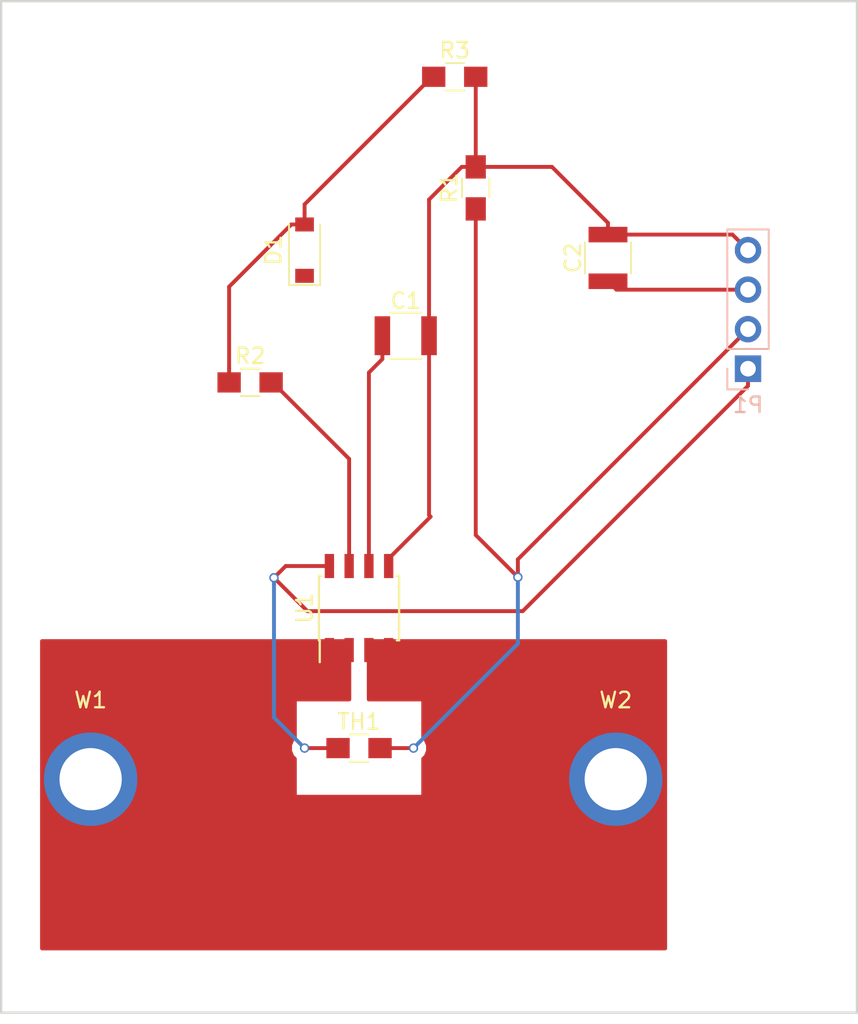
<source format=kicad_pcb>
(kicad_pcb (version 4) (host pcbnew 4.0.4-stable)

  (general
    (links 20)
    (no_connects 20)
    (area 0 0 0 0)
    (thickness 1.6)
    (drawings 9)
    (tracks 57)
    (zones 0)
    (modules 11)
    (nets 9)
  )

  (page A4)
  (layers
    (0 F.Cu signal)
    (31 B.Cu signal)
    (32 B.Adhes user)
    (33 F.Adhes user)
    (34 B.Paste user)
    (35 F.Paste user)
    (36 B.SilkS user)
    (37 F.SilkS user)
    (38 B.Mask user)
    (39 F.Mask user)
    (40 Dwgs.User user)
    (41 Cmts.User user)
    (42 Eco1.User user)
    (43 Eco2.User user)
    (44 Edge.Cuts user)
    (45 Margin user)
    (46 B.CrtYd user)
    (47 F.CrtYd user)
    (48 B.Fab user)
    (49 F.Fab user)
  )

  (setup
    (last_trace_width 0.25)
    (user_trace_width 0.5)
    (user_trace_width 1)
    (user_trace_width 4)
    (trace_clearance 0.2)
    (zone_clearance 0.508)
    (zone_45_only no)
    (trace_min 0.2)
    (segment_width 0.2)
    (edge_width 0.15)
    (via_size 0.6)
    (via_drill 0.4)
    (via_min_size 0.4)
    (via_min_drill 0.3)
    (uvia_size 0.3)
    (uvia_drill 0.1)
    (uvias_allowed no)
    (uvia_min_size 0.2)
    (uvia_min_drill 0.1)
    (pcb_text_width 0.3)
    (pcb_text_size 1.5 1.5)
    (mod_edge_width 0.15)
    (mod_text_size 1 1)
    (mod_text_width 0.15)
    (pad_size 1.524 1.524)
    (pad_drill 0.762)
    (pad_to_mask_clearance 0.2)
    (aux_axis_origin 0 0)
    (visible_elements FFFFFF7F)
    (pcbplotparams
      (layerselection 0x00030_80000001)
      (usegerberextensions false)
      (excludeedgelayer true)
      (linewidth 0.100000)
      (plotframeref false)
      (viasonmask false)
      (mode 1)
      (useauxorigin false)
      (hpglpennumber 1)
      (hpglpenspeed 20)
      (hpglpendiameter 15)
      (hpglpenoverlay 2)
      (psnegative false)
      (psa4output false)
      (plotreference true)
      (plotvalue true)
      (plotinvisibletext false)
      (padsonsilk false)
      (subtractmaskfromsilk false)
      (outputformat 1)
      (mirror false)
      (drillshape 1)
      (scaleselection 1)
      (outputdirectory ""))
  )

  (net 0 "")
  (net 1 "Net-(C1-Pad1)")
  (net 2 GND)
  (net 3 /ACS712/ISENSE_OUT)
  (net 4 "Net-(D1-Pad2)")
  (net 5 +3V3)
  (net 6 "Net-(P1-Pad2)")
  (net 7 "Net-(R2-Pad2)")
  (net 8 /ACS712/ALL_I+)

  (net_class Default "This is the default net class."
    (clearance 0.2)
    (trace_width 0.25)
    (via_dia 0.6)
    (via_drill 0.4)
    (uvia_dia 0.3)
    (uvia_drill 0.1)
    (add_net +3V3)
    (add_net /ACS712/ALL_I+)
    (add_net /ACS712/ISENSE_OUT)
    (add_net GND)
    (add_net "Net-(C1-Pad1)")
    (add_net "Net-(D1-Pad2)")
    (add_net "Net-(P1-Pad2)")
    (add_net "Net-(R2-Pad2)")
  )

  (module Capacitors_SMD:C_1210 (layer F.Cu) (tedit 58AA84E2) (tstamp 58E95DF9)
    (at 126 116.5)
    (descr "Capacitor SMD 1210, reflow soldering, AVX (see smccp.pdf)")
    (tags "capacitor 1210")
    (path /58E031B1/58E04B58)
    (attr smd)
    (fp_text reference C1 (at 0 -2.25) (layer F.SilkS)
      (effects (font (size 1 1) (thickness 0.15)))
    )
    (fp_text value 1nF (at 0 2.5) (layer F.Fab)
      (effects (font (size 1 1) (thickness 0.15)))
    )
    (fp_text user %R (at 0 -2.25) (layer F.Fab)
      (effects (font (size 1 1) (thickness 0.15)))
    )
    (fp_line (start -1.6 1.25) (end -1.6 -1.25) (layer F.Fab) (width 0.1))
    (fp_line (start 1.6 1.25) (end -1.6 1.25) (layer F.Fab) (width 0.1))
    (fp_line (start 1.6 -1.25) (end 1.6 1.25) (layer F.Fab) (width 0.1))
    (fp_line (start -1.6 -1.25) (end 1.6 -1.25) (layer F.Fab) (width 0.1))
    (fp_line (start 1 -1.48) (end -1 -1.48) (layer F.SilkS) (width 0.12))
    (fp_line (start -1 1.48) (end 1 1.48) (layer F.SilkS) (width 0.12))
    (fp_line (start -2.25 -1.5) (end 2.25 -1.5) (layer F.CrtYd) (width 0.05))
    (fp_line (start -2.25 -1.5) (end -2.25 1.5) (layer F.CrtYd) (width 0.05))
    (fp_line (start 2.25 1.5) (end 2.25 -1.5) (layer F.CrtYd) (width 0.05))
    (fp_line (start 2.25 1.5) (end -2.25 1.5) (layer F.CrtYd) (width 0.05))
    (pad 1 smd rect (at -1.5 0) (size 1 2.5) (layers F.Cu F.Paste F.Mask)
      (net 1 "Net-(C1-Pad1)"))
    (pad 2 smd rect (at 1.5 0) (size 1 2.5) (layers F.Cu F.Paste F.Mask)
      (net 2 GND))
    (model Capacitors_SMD.3dshapes/C_1210.wrl
      (at (xyz 0 0 0))
      (scale (xyz 1 1 1))
      (rotate (xyz 0 0 0))
    )
  )

  (module Capacitors_SMD:C_1210 (layer F.Cu) (tedit 58AA84E2) (tstamp 58E95DFF)
    (at 139 111.5 90)
    (descr "Capacitor SMD 1210, reflow soldering, AVX (see smccp.pdf)")
    (tags "capacitor 1210")
    (path /58E031B1/58E04B8D)
    (attr smd)
    (fp_text reference C2 (at 0 -2.25 90) (layer F.SilkS)
      (effects (font (size 1 1) (thickness 0.15)))
    )
    (fp_text value Test (at 0 2.5 90) (layer F.Fab)
      (effects (font (size 1 1) (thickness 0.15)))
    )
    (fp_text user %R (at 0 -2.25 90) (layer F.Fab)
      (effects (font (size 1 1) (thickness 0.15)))
    )
    (fp_line (start -1.6 1.25) (end -1.6 -1.25) (layer F.Fab) (width 0.1))
    (fp_line (start 1.6 1.25) (end -1.6 1.25) (layer F.Fab) (width 0.1))
    (fp_line (start 1.6 -1.25) (end 1.6 1.25) (layer F.Fab) (width 0.1))
    (fp_line (start -1.6 -1.25) (end 1.6 -1.25) (layer F.Fab) (width 0.1))
    (fp_line (start 1 -1.48) (end -1 -1.48) (layer F.SilkS) (width 0.12))
    (fp_line (start -1 1.48) (end 1 1.48) (layer F.SilkS) (width 0.12))
    (fp_line (start -2.25 -1.5) (end 2.25 -1.5) (layer F.CrtYd) (width 0.05))
    (fp_line (start -2.25 -1.5) (end -2.25 1.5) (layer F.CrtYd) (width 0.05))
    (fp_line (start 2.25 1.5) (end 2.25 -1.5) (layer F.CrtYd) (width 0.05))
    (fp_line (start 2.25 1.5) (end -2.25 1.5) (layer F.CrtYd) (width 0.05))
    (pad 1 smd rect (at -1.5 0 90) (size 1 2.5) (layers F.Cu F.Paste F.Mask)
      (net 3 /ACS712/ISENSE_OUT))
    (pad 2 smd rect (at 1.5 0 90) (size 1 2.5) (layers F.Cu F.Paste F.Mask)
      (net 2 GND))
    (model Capacitors_SMD.3dshapes/C_1210.wrl
      (at (xyz 0 0 0))
      (scale (xyz 1 1 1))
      (rotate (xyz 0 0 0))
    )
  )

  (module Diodes_SMD:D_SOD-123 (layer F.Cu) (tedit 58645DC7) (tstamp 58E95E05)
    (at 119.5 111 90)
    (descr SOD-123)
    (tags SOD-123)
    (path /58E031B1/58E04B6D)
    (attr smd)
    (fp_text reference D1 (at 0 -2 90) (layer F.SilkS)
      (effects (font (size 1 1) (thickness 0.15)))
    )
    (fp_text value 1N4448W (at 0 2.1 90) (layer F.Fab)
      (effects (font (size 1 1) (thickness 0.15)))
    )
    (fp_line (start -2.25 -1) (end -2.25 1) (layer F.SilkS) (width 0.12))
    (fp_line (start 0.25 0) (end 0.75 0) (layer F.Fab) (width 0.1))
    (fp_line (start 0.25 0.4) (end -0.35 0) (layer F.Fab) (width 0.1))
    (fp_line (start 0.25 -0.4) (end 0.25 0.4) (layer F.Fab) (width 0.1))
    (fp_line (start -0.35 0) (end 0.25 -0.4) (layer F.Fab) (width 0.1))
    (fp_line (start -0.35 0) (end -0.35 0.55) (layer F.Fab) (width 0.1))
    (fp_line (start -0.35 0) (end -0.35 -0.55) (layer F.Fab) (width 0.1))
    (fp_line (start -0.75 0) (end -0.35 0) (layer F.Fab) (width 0.1))
    (fp_line (start -1.4 0.9) (end -1.4 -0.9) (layer F.Fab) (width 0.1))
    (fp_line (start 1.4 0.9) (end -1.4 0.9) (layer F.Fab) (width 0.1))
    (fp_line (start 1.4 -0.9) (end 1.4 0.9) (layer F.Fab) (width 0.1))
    (fp_line (start -1.4 -0.9) (end 1.4 -0.9) (layer F.Fab) (width 0.1))
    (fp_line (start -2.35 -1.15) (end 2.35 -1.15) (layer F.CrtYd) (width 0.05))
    (fp_line (start 2.35 -1.15) (end 2.35 1.15) (layer F.CrtYd) (width 0.05))
    (fp_line (start 2.35 1.15) (end -2.35 1.15) (layer F.CrtYd) (width 0.05))
    (fp_line (start -2.35 -1.15) (end -2.35 1.15) (layer F.CrtYd) (width 0.05))
    (fp_line (start -2.25 1) (end 1.65 1) (layer F.SilkS) (width 0.12))
    (fp_line (start -2.25 -1) (end 1.65 -1) (layer F.SilkS) (width 0.12))
    (pad 1 smd rect (at -1.65 0 90) (size 0.9 1.2) (layers F.Cu F.Paste F.Mask)
      (net 3 /ACS712/ISENSE_OUT))
    (pad 2 smd rect (at 1.65 0 90) (size 0.9 1.2) (layers F.Cu F.Paste F.Mask)
      (net 4 "Net-(D1-Pad2)"))
    (model ${KISYS3DMOD}/Diodes_SMD.3dshapes/D_SOD-123.wrl
      (at (xyz 0 0 0))
      (scale (xyz 1 1 1))
      (rotate (xyz 0 0 0))
    )
  )

  (module Pin_Headers:Pin_Header_Straight_1x04_Pitch2.54mm (layer B.Cu) (tedit 58CD4EC1) (tstamp 58E95E0D)
    (at 148 118.62)
    (descr "Through hole straight pin header, 1x04, 2.54mm pitch, single row")
    (tags "Through hole pin header THT 1x04 2.54mm single row")
    (path /58E08887)
    (fp_text reference P1 (at 0 2.33) (layer B.SilkS)
      (effects (font (size 1 1) (thickness 0.15)) (justify mirror))
    )
    (fp_text value CONN_01X04 (at 0 -9.95) (layer B.Fab)
      (effects (font (size 1 1) (thickness 0.15)) (justify mirror))
    )
    (fp_line (start -1.27 1.27) (end -1.27 -8.89) (layer B.Fab) (width 0.1))
    (fp_line (start -1.27 -8.89) (end 1.27 -8.89) (layer B.Fab) (width 0.1))
    (fp_line (start 1.27 -8.89) (end 1.27 1.27) (layer B.Fab) (width 0.1))
    (fp_line (start 1.27 1.27) (end -1.27 1.27) (layer B.Fab) (width 0.1))
    (fp_line (start -1.33 -1.27) (end -1.33 -8.95) (layer B.SilkS) (width 0.12))
    (fp_line (start -1.33 -8.95) (end 1.33 -8.95) (layer B.SilkS) (width 0.12))
    (fp_line (start 1.33 -8.95) (end 1.33 -1.27) (layer B.SilkS) (width 0.12))
    (fp_line (start 1.33 -1.27) (end -1.33 -1.27) (layer B.SilkS) (width 0.12))
    (fp_line (start -1.33 0) (end -1.33 1.33) (layer B.SilkS) (width 0.12))
    (fp_line (start -1.33 1.33) (end 0 1.33) (layer B.SilkS) (width 0.12))
    (fp_line (start -1.8 1.8) (end -1.8 -9.4) (layer B.CrtYd) (width 0.05))
    (fp_line (start -1.8 -9.4) (end 1.8 -9.4) (layer B.CrtYd) (width 0.05))
    (fp_line (start 1.8 -9.4) (end 1.8 1.8) (layer B.CrtYd) (width 0.05))
    (fp_line (start 1.8 1.8) (end -1.8 1.8) (layer B.CrtYd) (width 0.05))
    (fp_text user %R (at 0 2.33) (layer B.Fab)
      (effects (font (size 1 1) (thickness 0.15)) (justify mirror))
    )
    (pad 1 thru_hole rect (at 0 0) (size 1.7 1.7) (drill 1) (layers *.Cu *.Mask)
      (net 5 +3V3))
    (pad 2 thru_hole oval (at 0 -2.54) (size 1.7 1.7) (drill 1) (layers *.Cu *.Mask)
      (net 6 "Net-(P1-Pad2)"))
    (pad 3 thru_hole oval (at 0 -5.08) (size 1.7 1.7) (drill 1) (layers *.Cu *.Mask)
      (net 3 /ACS712/ISENSE_OUT))
    (pad 4 thru_hole oval (at 0 -7.62) (size 1.7 1.7) (drill 1) (layers *.Cu *.Mask)
      (net 2 GND))
    (model ${KISYS3DMOD}/Pin_Headers.3dshapes/Pin_Header_Straight_1x04_Pitch2.54mm.wrl
      (at (xyz 0 -0.15 0))
      (scale (xyz 1 1 1))
      (rotate (xyz 0 0 90))
    )
  )

  (module Resistors_SMD:R_0805_HandSoldering (layer F.Cu) (tedit 58E0A804) (tstamp 58E95E13)
    (at 130.5 107 90)
    (descr "Resistor SMD 0805, hand soldering")
    (tags "resistor 0805")
    (path /58E041AB)
    (attr smd)
    (fp_text reference R1 (at 0 -1.7 90) (layer F.SilkS)
      (effects (font (size 1 1) (thickness 0.15)))
    )
    (fp_text value 10k (at 0 1.75 90) (layer F.Fab)
      (effects (font (size 1 1) (thickness 0.15)))
    )
    (fp_text user %R (at 0 0 90) (layer F.Fab)
      (effects (font (size 0.5 0.5) (thickness 0.075)))
    )
    (fp_line (start -1 0.62) (end -1 -0.62) (layer F.Fab) (width 0.1))
    (fp_line (start 1 0.62) (end -1 0.62) (layer F.Fab) (width 0.1))
    (fp_line (start 1 -0.62) (end 1 0.62) (layer F.Fab) (width 0.1))
    (fp_line (start -1 -0.62) (end 1 -0.62) (layer F.Fab) (width 0.1))
    (fp_line (start 0.6 0.88) (end -0.6 0.88) (layer F.SilkS) (width 0.12))
    (fp_line (start -0.6 -0.88) (end 0.6 -0.88) (layer F.SilkS) (width 0.12))
    (fp_line (start -2.35 -0.9) (end 2.35 -0.9) (layer F.CrtYd) (width 0.05))
    (fp_line (start -2.35 -0.9) (end -2.35 0.9) (layer F.CrtYd) (width 0.05))
    (fp_line (start 2.35 0.9) (end 2.35 -0.9) (layer F.CrtYd) (width 0.05))
    (fp_line (start 2.35 0.9) (end -2.35 0.9) (layer F.CrtYd) (width 0.05))
    (pad 1 smd rect (at -1.35 0 90) (size 1.5 1.3) (layers F.Cu F.Paste F.Mask)
      (net 6 "Net-(P1-Pad2)"))
    (pad 2 smd rect (at 1.35 0 90) (size 1.5 1.3) (layers F.Cu F.Paste F.Mask)
      (net 2 GND))
    (model ${KISYS3DMOD}/Resistors_SMD.3dshapes/R_0805.wrl
      (at (xyz 0 0 0))
      (scale (xyz 1 1 1))
      (rotate (xyz 0 0 0))
    )
  )

  (module Resistors_SMD:R_0805_HandSoldering (layer F.Cu) (tedit 58E0A804) (tstamp 58E95E19)
    (at 116 119.5)
    (descr "Resistor SMD 0805, hand soldering")
    (tags "resistor 0805")
    (path /58E031B1/58E04B5F)
    (attr smd)
    (fp_text reference R2 (at 0 -1.7) (layer F.SilkS)
      (effects (font (size 1 1) (thickness 0.15)))
    )
    (fp_text value 2k (at 0 1.75) (layer F.Fab)
      (effects (font (size 1 1) (thickness 0.15)))
    )
    (fp_text user %R (at 0 0) (layer F.Fab)
      (effects (font (size 0.5 0.5) (thickness 0.075)))
    )
    (fp_line (start -1 0.62) (end -1 -0.62) (layer F.Fab) (width 0.1))
    (fp_line (start 1 0.62) (end -1 0.62) (layer F.Fab) (width 0.1))
    (fp_line (start 1 -0.62) (end 1 0.62) (layer F.Fab) (width 0.1))
    (fp_line (start -1 -0.62) (end 1 -0.62) (layer F.Fab) (width 0.1))
    (fp_line (start 0.6 0.88) (end -0.6 0.88) (layer F.SilkS) (width 0.12))
    (fp_line (start -0.6 -0.88) (end 0.6 -0.88) (layer F.SilkS) (width 0.12))
    (fp_line (start -2.35 -0.9) (end 2.35 -0.9) (layer F.CrtYd) (width 0.05))
    (fp_line (start -2.35 -0.9) (end -2.35 0.9) (layer F.CrtYd) (width 0.05))
    (fp_line (start 2.35 0.9) (end 2.35 -0.9) (layer F.CrtYd) (width 0.05))
    (fp_line (start 2.35 0.9) (end -2.35 0.9) (layer F.CrtYd) (width 0.05))
    (pad 1 smd rect (at -1.35 0) (size 1.5 1.3) (layers F.Cu F.Paste F.Mask)
      (net 4 "Net-(D1-Pad2)"))
    (pad 2 smd rect (at 1.35 0) (size 1.5 1.3) (layers F.Cu F.Paste F.Mask)
      (net 7 "Net-(R2-Pad2)"))
    (model ${KISYS3DMOD}/Resistors_SMD.3dshapes/R_0805.wrl
      (at (xyz 0 0 0))
      (scale (xyz 1 1 1))
      (rotate (xyz 0 0 0))
    )
  )

  (module Resistors_SMD:R_0805_HandSoldering (layer F.Cu) (tedit 58E0A804) (tstamp 58E95E1F)
    (at 129.15 99.86)
    (descr "Resistor SMD 0805, hand soldering")
    (tags "resistor 0805")
    (path /58E031B1/58E04B66)
    (attr smd)
    (fp_text reference R3 (at 0 -1.7) (layer F.SilkS)
      (effects (font (size 1 1) (thickness 0.15)))
    )
    (fp_text value 10k (at 0 1.75) (layer F.Fab)
      (effects (font (size 1 1) (thickness 0.15)))
    )
    (fp_text user %R (at 0 0) (layer F.Fab)
      (effects (font (size 0.5 0.5) (thickness 0.075)))
    )
    (fp_line (start -1 0.62) (end -1 -0.62) (layer F.Fab) (width 0.1))
    (fp_line (start 1 0.62) (end -1 0.62) (layer F.Fab) (width 0.1))
    (fp_line (start 1 -0.62) (end 1 0.62) (layer F.Fab) (width 0.1))
    (fp_line (start -1 -0.62) (end 1 -0.62) (layer F.Fab) (width 0.1))
    (fp_line (start 0.6 0.88) (end -0.6 0.88) (layer F.SilkS) (width 0.12))
    (fp_line (start -0.6 -0.88) (end 0.6 -0.88) (layer F.SilkS) (width 0.12))
    (fp_line (start -2.35 -0.9) (end 2.35 -0.9) (layer F.CrtYd) (width 0.05))
    (fp_line (start -2.35 -0.9) (end -2.35 0.9) (layer F.CrtYd) (width 0.05))
    (fp_line (start 2.35 0.9) (end 2.35 -0.9) (layer F.CrtYd) (width 0.05))
    (fp_line (start 2.35 0.9) (end -2.35 0.9) (layer F.CrtYd) (width 0.05))
    (pad 1 smd rect (at -1.35 0) (size 1.5 1.3) (layers F.Cu F.Paste F.Mask)
      (net 4 "Net-(D1-Pad2)"))
    (pad 2 smd rect (at 1.35 0) (size 1.5 1.3) (layers F.Cu F.Paste F.Mask)
      (net 2 GND))
    (model ${KISYS3DMOD}/Resistors_SMD.3dshapes/R_0805.wrl
      (at (xyz 0 0 0))
      (scale (xyz 1 1 1))
      (rotate (xyz 0 0 0))
    )
  )

  (module Resistors_SMD:R_0805_HandSoldering (layer F.Cu) (tedit 58E0A804) (tstamp 58E95E25)
    (at 123 143)
    (descr "Resistor SMD 0805, hand soldering")
    (tags "resistor 0805")
    (path /58E04007)
    (attr smd)
    (fp_text reference TH1 (at 0 -1.7) (layer F.SilkS)
      (effects (font (size 1 1) (thickness 0.15)))
    )
    (fp_text value THERMISTOR (at 0 1.75) (layer F.Fab)
      (effects (font (size 1 1) (thickness 0.15)))
    )
    (fp_text user %R (at 0 0) (layer F.Fab)
      (effects (font (size 0.5 0.5) (thickness 0.075)))
    )
    (fp_line (start -1 0.62) (end -1 -0.62) (layer F.Fab) (width 0.1))
    (fp_line (start 1 0.62) (end -1 0.62) (layer F.Fab) (width 0.1))
    (fp_line (start 1 -0.62) (end 1 0.62) (layer F.Fab) (width 0.1))
    (fp_line (start -1 -0.62) (end 1 -0.62) (layer F.Fab) (width 0.1))
    (fp_line (start 0.6 0.88) (end -0.6 0.88) (layer F.SilkS) (width 0.12))
    (fp_line (start -0.6 -0.88) (end 0.6 -0.88) (layer F.SilkS) (width 0.12))
    (fp_line (start -2.35 -0.9) (end 2.35 -0.9) (layer F.CrtYd) (width 0.05))
    (fp_line (start -2.35 -0.9) (end -2.35 0.9) (layer F.CrtYd) (width 0.05))
    (fp_line (start 2.35 0.9) (end 2.35 -0.9) (layer F.CrtYd) (width 0.05))
    (fp_line (start 2.35 0.9) (end -2.35 0.9) (layer F.CrtYd) (width 0.05))
    (pad 1 smd rect (at -1.35 0) (size 1.5 1.3) (layers F.Cu F.Paste F.Mask)
      (net 5 +3V3))
    (pad 2 smd rect (at 1.35 0) (size 1.5 1.3) (layers F.Cu F.Paste F.Mask)
      (net 6 "Net-(P1-Pad2)"))
    (model ${KISYS3DMOD}/Resistors_SMD.3dshapes/R_0805.wrl
      (at (xyz 0 0 0))
      (scale (xyz 1 1 1))
      (rotate (xyz 0 0 0))
    )
  )

  (module Housings_SOIC:SOIC-8_3.9x4.9mm_Pitch1.27mm (layer F.Cu) (tedit 58CD0CDA) (tstamp 58E95E31)
    (at 123 134 90)
    (descr "8-Lead Plastic Small Outline (SN) - Narrow, 3.90 mm Body [SOIC] (see Microchip Packaging Specification 00000049BS.pdf)")
    (tags "SOIC 1.27")
    (path /58E031B1/58E04B4E)
    (attr smd)
    (fp_text reference U1 (at 0 -3.5 90) (layer F.SilkS)
      (effects (font (size 1 1) (thickness 0.15)))
    )
    (fp_text value ACS712 (at 0 3.5 90) (layer F.Fab)
      (effects (font (size 1 1) (thickness 0.15)))
    )
    (fp_text user %R (at 0 0 90) (layer F.Fab)
      (effects (font (size 1 1) (thickness 0.15)))
    )
    (fp_line (start -0.95 -2.45) (end 1.95 -2.45) (layer F.Fab) (width 0.1))
    (fp_line (start 1.95 -2.45) (end 1.95 2.45) (layer F.Fab) (width 0.1))
    (fp_line (start 1.95 2.45) (end -1.95 2.45) (layer F.Fab) (width 0.1))
    (fp_line (start -1.95 2.45) (end -1.95 -1.45) (layer F.Fab) (width 0.1))
    (fp_line (start -1.95 -1.45) (end -0.95 -2.45) (layer F.Fab) (width 0.1))
    (fp_line (start -3.73 -2.7) (end -3.73 2.7) (layer F.CrtYd) (width 0.05))
    (fp_line (start 3.73 -2.7) (end 3.73 2.7) (layer F.CrtYd) (width 0.05))
    (fp_line (start -3.73 -2.7) (end 3.73 -2.7) (layer F.CrtYd) (width 0.05))
    (fp_line (start -3.73 2.7) (end 3.73 2.7) (layer F.CrtYd) (width 0.05))
    (fp_line (start -2.075 -2.575) (end -2.075 -2.525) (layer F.SilkS) (width 0.15))
    (fp_line (start 2.075 -2.575) (end 2.075 -2.43) (layer F.SilkS) (width 0.15))
    (fp_line (start 2.075 2.575) (end 2.075 2.43) (layer F.SilkS) (width 0.15))
    (fp_line (start -2.075 2.575) (end -2.075 2.43) (layer F.SilkS) (width 0.15))
    (fp_line (start -2.075 -2.575) (end 2.075 -2.575) (layer F.SilkS) (width 0.15))
    (fp_line (start -2.075 2.575) (end 2.075 2.575) (layer F.SilkS) (width 0.15))
    (fp_line (start -2.075 -2.525) (end -3.475 -2.525) (layer F.SilkS) (width 0.15))
    (pad 1 smd rect (at -2.7 -1.905 90) (size 1.55 0.6) (layers F.Cu F.Paste F.Mask)
      (net 8 /ACS712/ALL_I+))
    (pad 2 smd rect (at -2.7 -0.635 90) (size 1.55 0.6) (layers F.Cu F.Paste F.Mask)
      (net 8 /ACS712/ALL_I+))
    (pad 3 smd rect (at -2.7 0.635 90) (size 1.55 0.6) (layers F.Cu F.Paste F.Mask)
      (net 8 /ACS712/ALL_I+))
    (pad 4 smd rect (at -2.7 1.905 90) (size 1.55 0.6) (layers F.Cu F.Paste F.Mask)
      (net 8 /ACS712/ALL_I+))
    (pad 5 smd rect (at 2.7 1.905 90) (size 1.55 0.6) (layers F.Cu F.Paste F.Mask)
      (net 2 GND))
    (pad 6 smd rect (at 2.7 0.635 90) (size 1.55 0.6) (layers F.Cu F.Paste F.Mask)
      (net 1 "Net-(C1-Pad1)"))
    (pad 7 smd rect (at 2.7 -0.635 90) (size 1.55 0.6) (layers F.Cu F.Paste F.Mask)
      (net 7 "Net-(R2-Pad2)"))
    (pad 8 smd rect (at 2.7 -1.905 90) (size 1.55 0.6) (layers F.Cu F.Paste F.Mask)
      (net 5 +3V3))
    (model Housings_SOIC.3dshapes/SOIC-8_3.9x4.9mm_Pitch1.27mm.wrl
      (at (xyz 0 0 0))
      (scale (xyz 1 1 1))
      (rotate (xyz 0 0 0))
    )
  )

  (module USST-footprints:Testpad_large (layer F.Cu) (tedit 58E959BF) (tstamp 58E95E36)
    (at 105.75 145)
    (path /58E03E1F)
    (fp_text reference W1 (at 0 -5.08) (layer F.SilkS)
      (effects (font (size 1 1) (thickness 0.15)))
    )
    (fp_text value TEST_1P (at 0 5.08) (layer F.Fab)
      (effects (font (size 1 1) (thickness 0.15)))
    )
    (pad 1 thru_hole circle (at 0 0) (size 6 6) (drill 4) (layers *.Cu *.Mask)
      (net 8 /ACS712/ALL_I+))
  )

  (module USST-footprints:Testpad_large (layer F.Cu) (tedit 58E959BF) (tstamp 58E95E3B)
    (at 139.5 145)
    (path /58E03EE6)
    (fp_text reference W2 (at 0 -5.08) (layer F.SilkS)
      (effects (font (size 1 1) (thickness 0.15)))
    )
    (fp_text value TEST_1P (at 0 5.08) (layer F.Fab)
      (effects (font (size 1 1) (thickness 0.15)))
    )
    (pad 1 thru_hole circle (at 0 0) (size 6 6) (drill 4) (layers *.Cu *.Mask)
      (net 8 /ACS712/ALL_I+))
  )

  (gr_line (start 100 160) (end 100 95) (layer Edge.Cuts) (width 0.15))
  (gr_line (start 155 160) (end 100 160) (layer Edge.Cuts) (width 0.15))
  (gr_line (start 155 95) (end 155 160) (layer Edge.Cuts) (width 0.15))
  (gr_line (start 100 95) (end 155 95) (layer Edge.Cuts) (width 0.15))
  (dimension 10 (width 0.3) (layer Dwgs.User)
    (gr_text "10.000 mm" (at 139.05458 151 270) (layer Dwgs.User)
      (effects (font (size 1.5 1.5) (thickness 0.3)))
    )
    (feature1 (pts (xy 127.70458 156) (xy 140.40458 156)))
    (feature2 (pts (xy 127.70458 146) (xy 140.40458 146)))
    (crossbar (pts (xy 137.70458 146) (xy 137.70458 156)))
    (arrow1a (pts (xy 137.70458 156) (xy 137.118159 154.873496)))
    (arrow1b (pts (xy 137.70458 156) (xy 138.291001 154.873496)))
    (arrow2a (pts (xy 137.70458 146) (xy 137.118159 147.126504)))
    (arrow2b (pts (xy 137.70458 146) (xy 138.291001 147.126504)))
  )
  (dimension 3.5 (width 0.3) (layer Dwgs.User)
    (gr_text "3.500 mm" (at 125.25 137.15) (layer Dwgs.User)
      (effects (font (size 1.5 1.5) (thickness 0.3)))
    )
    (feature1 (pts (xy 123.5 140) (xy 123.5 135.8)))
    (feature2 (pts (xy 127 140) (xy 127 135.8)))
    (crossbar (pts (xy 127 138.5) (xy 123.5 138.5)))
    (arrow1a (pts (xy 123.5 138.5) (xy 124.626504 137.913579)))
    (arrow1b (pts (xy 123.5 138.5) (xy 124.626504 139.086421)))
    (arrow2a (pts (xy 127 138.5) (xy 125.873496 137.913579)))
    (arrow2b (pts (xy 127 138.5) (xy 125.873496 139.086421)))
  )
  (dimension 3.5 (width 0.3) (layer Dwgs.User)
    (gr_text "3.500 mm" (at 120.75 137.15) (layer Dwgs.User)
      (effects (font (size 1.5 1.5) (thickness 0.3)))
    )
    (feature1 (pts (xy 122.5 140) (xy 122.5 135.8)))
    (feature2 (pts (xy 119 140) (xy 119 135.8)))
    (crossbar (pts (xy 119 138.5) (xy 122.5 138.5)))
    (arrow1a (pts (xy 122.5 138.5) (xy 121.373496 139.086421)))
    (arrow1b (pts (xy 122.5 138.5) (xy 121.373496 137.913579)))
    (arrow2a (pts (xy 119 138.5) (xy 120.126504 139.086421)))
    (arrow2b (pts (xy 119 138.5) (xy 120.126504 137.913579)))
  )
  (dimension 8 (width 0.3) (layer Dwgs.User)
    (gr_text "8.000 mm" (at 123 161.35) (layer Dwgs.User)
      (effects (font (size 1.5 1.5) (thickness 0.3)))
    )
    (feature1 (pts (xy 127 146) (xy 127 162.7)))
    (feature2 (pts (xy 119 146) (xy 119 162.7)))
    (crossbar (pts (xy 119 160) (xy 127 160)))
    (arrow1a (pts (xy 127 160) (xy 125.873496 160.586421)))
    (arrow1b (pts (xy 127 160) (xy 125.873496 159.413579)))
    (arrow2a (pts (xy 119 160) (xy 120.126504 160.586421)))
    (arrow2b (pts (xy 119 160) (xy 120.126504 159.413579)))
  )
  (dimension 4 (width 0.3) (layer Dwgs.User)
    (gr_text "4.000 mm" (at 106.4 138 270) (layer Dwgs.User)
      (effects (font (size 1.5 1.5) (thickness 0.3)))
    )
    (feature1 (pts (xy 120 140) (xy 105.05 140)))
    (feature2 (pts (xy 120 136) (xy 105.05 136)))
    (crossbar (pts (xy 107.75 136) (xy 107.75 140)))
    (arrow1a (pts (xy 107.75 140) (xy 107.163579 138.873496)))
    (arrow1b (pts (xy 107.75 140) (xy 108.336421 138.873496)))
    (arrow2a (pts (xy 107.75 136) (xy 107.163579 137.126504)))
    (arrow2b (pts (xy 107.75 136) (xy 108.336421 137.126504)))
  )

  (segment (start 124.5 116.5) (end 124.5 118) (width 0.25) (layer F.Cu) (net 1))
  (segment (start 124.5 118) (end 123.635 118.865) (width 0.25) (layer F.Cu) (net 1))
  (segment (start 123.635 118.865) (end 123.635 130.275) (width 0.25) (layer F.Cu) (net 1))
  (segment (start 123.635 130.275) (end 123.635 131.3) (width 0.25) (layer F.Cu) (net 1))
  (segment (start 127.6 128.13) (end 127.5 128.03) (width 0.25) (layer F.Cu) (net 2))
  (segment (start 127.5 128.03) (end 127.5 116.5) (width 0.25) (layer F.Cu) (net 2))
  (segment (start 124.905 131.3) (end 124.905 130.825) (width 0.25) (layer F.Cu) (net 2))
  (segment (start 124.905 130.825) (end 127.6 128.13) (width 0.25) (layer F.Cu) (net 2))
  (segment (start 127.5 116.5) (end 127.5 107.75) (width 0.25) (layer F.Cu) (net 2))
  (segment (start 127.5 107.75) (end 129.6 105.65) (width 0.25) (layer F.Cu) (net 2))
  (segment (start 129.6 105.65) (end 130.5 105.65) (width 0.25) (layer F.Cu) (net 2))
  (segment (start 130.5 105.65) (end 130.5 104.65) (width 0.25) (layer F.Cu) (net 2))
  (segment (start 130.5 104.65) (end 130.5 99.86) (width 0.25) (layer F.Cu) (net 2))
  (segment (start 139 110) (end 139 109.25) (width 0.25) (layer F.Cu) (net 2))
  (segment (start 139 109.25) (end 135.4 105.65) (width 0.25) (layer F.Cu) (net 2))
  (segment (start 135.4 105.65) (end 130.5 105.65) (width 0.25) (layer F.Cu) (net 2))
  (segment (start 139 110) (end 147 110) (width 0.25) (layer F.Cu) (net 2))
  (segment (start 147 110) (end 148 111) (width 0.25) (layer F.Cu) (net 2))
  (segment (start 148 113.54) (end 139.54 113.54) (width 0.25) (layer F.Cu) (net 3))
  (segment (start 139.54 113.54) (end 139 113) (width 0.25) (layer F.Cu) (net 3))
  (segment (start 119.5 109.35) (end 118.65 109.35) (width 0.25) (layer F.Cu) (net 4))
  (segment (start 118.65 109.35) (end 114.65 113.35) (width 0.25) (layer F.Cu) (net 4))
  (segment (start 114.65 113.35) (end 114.65 118.6) (width 0.25) (layer F.Cu) (net 4))
  (segment (start 114.65 118.6) (end 114.65 119.5) (width 0.25) (layer F.Cu) (net 4))
  (segment (start 127.8 99.86) (end 127.7 99.86) (width 0.25) (layer F.Cu) (net 4))
  (segment (start 127.7 99.86) (end 119.5 108.06) (width 0.25) (layer F.Cu) (net 4))
  (segment (start 119.5 108.06) (end 119.5 108.65) (width 0.25) (layer F.Cu) (net 4))
  (segment (start 119.5 108.65) (end 119.5 109.35) (width 0.25) (layer F.Cu) (net 4))
  (segment (start 117.834196 131.75258) (end 117.534197 132.052579) (width 0.25) (layer F.Cu) (net 5))
  (segment (start 121.095 131.3) (end 118.286776 131.3) (width 0.25) (layer F.Cu) (net 5))
  (segment (start 119.681618 134.2) (end 117.834196 132.352578) (width 0.25) (layer F.Cu) (net 5))
  (segment (start 117.834196 132.352578) (end 117.534197 132.052579) (width 0.25) (layer F.Cu) (net 5))
  (segment (start 133.52 134.2) (end 119.681618 134.2) (width 0.25) (layer F.Cu) (net 5))
  (segment (start 118.286776 131.3) (end 117.834196 131.75258) (width 0.25) (layer F.Cu) (net 5))
  (segment (start 148 118.62) (end 148 119.72) (width 0.25) (layer F.Cu) (net 5))
  (segment (start 117.534197 132.476843) (end 117.534197 132.052579) (width 0.25) (layer B.Cu) (net 5))
  (segment (start 119.5 143) (end 117.534197 141.034197) (width 0.25) (layer B.Cu) (net 5))
  (segment (start 117.534197 141.034197) (end 117.534197 132.476843) (width 0.25) (layer B.Cu) (net 5))
  (segment (start 148 119.72) (end 133.52 134.2) (width 0.25) (layer F.Cu) (net 5))
  (via (at 117.534197 132.052579) (size 0.6) (drill 0.4) (layers F.Cu B.Cu) (net 5))
  (segment (start 121.65 143) (end 119.5 143) (width 0.25) (layer F.Cu) (net 5))
  (via (at 119.5 143) (size 0.6) (drill 0.4) (layers F.Cu B.Cu) (net 5))
  (segment (start 132.908596 131.715945) (end 133.208595 132.015944) (width 0.25) (layer F.Cu) (net 6))
  (segment (start 130.5 129.307349) (end 132.908596 131.715945) (width 0.25) (layer F.Cu) (net 6))
  (segment (start 130.5 108.35) (end 130.5 129.307349) (width 0.25) (layer F.Cu) (net 6))
  (segment (start 133.208595 131.59168) (end 133.208595 132.015944) (width 0.25) (layer F.Cu) (net 6))
  (segment (start 133.208595 130.871405) (end 133.208595 131.59168) (width 0.25) (layer F.Cu) (net 6))
  (segment (start 148 116.08) (end 133.208595 130.871405) (width 0.25) (layer F.Cu) (net 6))
  (segment (start 133.208595 132.440208) (end 133.208595 132.015944) (width 0.25) (layer B.Cu) (net 6))
  (segment (start 133.208595 136.291405) (end 133.208595 132.440208) (width 0.25) (layer B.Cu) (net 6))
  (segment (start 126.5 143) (end 133.208595 136.291405) (width 0.25) (layer B.Cu) (net 6))
  (via (at 133.208595 132.015944) (size 0.6) (drill 0.4) (layers F.Cu B.Cu) (net 6))
  (segment (start 124.35 143) (end 126.5 143) (width 0.25) (layer F.Cu) (net 6))
  (via (at 126.5 143) (size 0.6) (drill 0.4) (layers F.Cu B.Cu) (net 6))
  (segment (start 122.365 131.3) (end 122.365 124.415) (width 0.25) (layer F.Cu) (net 7))
  (segment (start 122.365 124.415) (end 117.45 119.5) (width 0.25) (layer F.Cu) (net 7))
  (segment (start 117.45 119.5) (end 117.35 119.5) (width 0.25) (layer F.Cu) (net 7))

  (zone (net 8) (net_name /ACS712/ALL_I+) (layer F.Cu) (tstamp 0) (hatch edge 0.508)
    (connect_pads yes (clearance 0.508))
    (min_thickness 0.254)
    (fill yes (arc_segments 16) (thermal_gap 0.508) (thermal_bridge_width 0.508))
    (polygon
      (pts
        (xy 122.5 136) (xy 122.5 140) (xy 119 140) (xy 119 146) (xy 127 146)
        (xy 127 140) (xy 123.5 140) (xy 123.5 136) (xy 142.8 136) (xy 142.8 156)
        (xy 102.5 156) (xy 102.5 136)
      )
    )
    (filled_polygon
      (pts
        (xy 122.373 139.873) (xy 119 139.873) (xy 118.95059 139.883006) (xy 118.908965 139.911447) (xy 118.881685 139.953841)
        (xy 118.873 140) (xy 118.873 142.304769) (xy 118.707808 142.469673) (xy 118.565162 142.813201) (xy 118.564838 143.185167)
        (xy 118.706883 143.528943) (xy 118.873 143.69535) (xy 118.873 146) (xy 118.883006 146.04941) (xy 118.911447 146.091035)
        (xy 118.953841 146.118315) (xy 119 146.127) (xy 127 146.127) (xy 127.04941 146.116994) (xy 127.091035 146.088553)
        (xy 127.118315 146.046159) (xy 127.127 146) (xy 127.127 143.695231) (xy 127.292192 143.530327) (xy 127.434838 143.186799)
        (xy 127.435162 142.814833) (xy 127.293117 142.471057) (xy 127.127 142.30465) (xy 127.127 140) (xy 127.116994 139.95059)
        (xy 127.088553 139.908965) (xy 127.046159 139.881685) (xy 127 139.873) (xy 123.627 139.873) (xy 123.627 136.127)
        (xy 142.673 136.127) (xy 142.673 155.873) (xy 102.627 155.873) (xy 102.627 136.127) (xy 122.373 136.127)
      )
    )
  )
)

</source>
